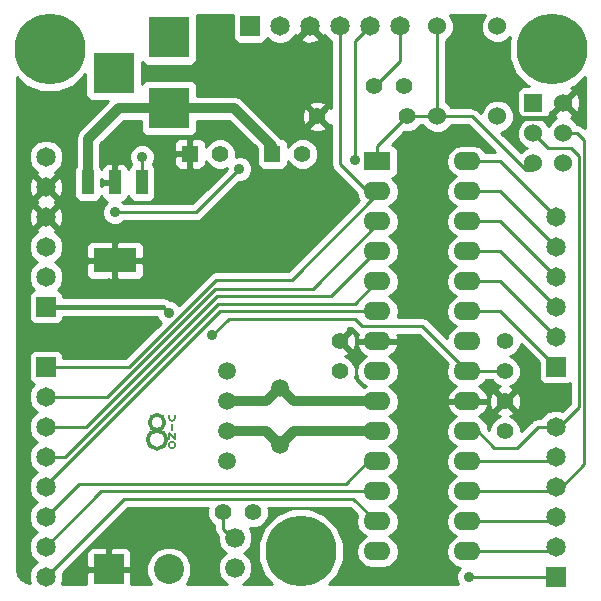
<source format=gtl>
%FSLAX34Y34*%
G04 Gerber Fmt 3.4, Leading zero omitted, Abs format*
G04 (created by PCBNEW (2013-12-28 BZR 4579)-product) date tor 16 jan 2014 22:13:37 CET*
%MOIN*%
G01*
G70*
G90*
G04 APERTURE LIST*
%ADD10C,0.006000*%
%ADD11C,0.008000*%
%ADD12C,0.012000*%
%ADD13R,0.100000X0.100000*%
%ADD14C,0.100000*%
%ADD15R,0.055000X0.055000*%
%ADD16C,0.055000*%
%ADD17R,0.137800X0.137800*%
%ADD18O,0.090000X0.062000*%
%ADD19R,0.090000X0.062000*%
%ADD20C,0.236220*%
%ADD21C,0.060000*%
%ADD22C,0.066000*%
%ADD23C,0.059100*%
%ADD24R,0.065000X0.065000*%
%ADD25C,0.065000*%
%ADD26R,0.060000X0.060000*%
%ADD27R,0.144000X0.080000*%
%ADD28R,0.040000X0.080000*%
%ADD29C,0.035000*%
%ADD30C,0.010000*%
%ADD31C,0.032000*%
%ADD32C,0.016000*%
G04 APERTURE END LIST*
G54D10*
G54D11*
X52800Y-45500D02*
X52800Y-45300D01*
X52800Y-45300D02*
X53000Y-45500D01*
X53000Y-45500D02*
X53000Y-45300D01*
X53000Y-44700D02*
X53000Y-44800D01*
X52900Y-44900D02*
G75*
G03X53000Y-44800I0J100D01*
G74*
G01*
X53010Y-45700D02*
G75*
G03X53010Y-45700I-110J0D01*
G74*
G01*
X52900Y-45000D02*
X52900Y-45200D01*
X52800Y-44800D02*
G75*
G03X52900Y-44900I100J0D01*
G74*
G01*
G54D12*
X52701Y-45525D02*
G75*
G03X52701Y-45525I-301J0D01*
G74*
G01*
X52650Y-44950D02*
G75*
G03X52650Y-44950I-250J0D01*
G74*
G01*
G54D11*
X52800Y-44800D02*
X52800Y-44700D01*
G54D13*
X50800Y-49850D03*
G54D14*
X52800Y-49850D03*
G54D15*
X53500Y-36000D03*
G54D16*
X54500Y-36000D03*
G54D15*
X56250Y-36000D03*
G54D16*
X57250Y-36000D03*
G54D17*
X52803Y-34480D03*
X52803Y-32118D03*
X50953Y-33299D03*
G54D18*
X59750Y-37250D03*
X59750Y-38250D03*
X59750Y-39250D03*
X59750Y-40250D03*
X59750Y-41250D03*
X59750Y-42250D03*
X59750Y-43250D03*
X59750Y-44250D03*
X59750Y-45250D03*
X59750Y-46250D03*
X59750Y-47250D03*
X59750Y-48250D03*
X59750Y-49250D03*
G54D19*
X59750Y-36250D03*
G54D18*
X62750Y-49250D03*
X62750Y-48250D03*
X62750Y-47250D03*
X62750Y-46250D03*
X62750Y-45250D03*
X62750Y-44250D03*
X62750Y-43250D03*
X62750Y-42250D03*
X62750Y-41250D03*
X62750Y-40250D03*
X62750Y-39250D03*
X62750Y-38250D03*
X62750Y-37250D03*
X62750Y-36250D03*
G54D20*
X57192Y-49244D03*
X65559Y-32511D03*
X48826Y-32511D03*
G54D16*
X58500Y-42250D03*
X58500Y-43250D03*
X64000Y-44250D03*
X64000Y-45250D03*
X64000Y-43250D03*
X64000Y-42250D03*
X57750Y-34750D03*
X60750Y-34750D03*
G54D21*
X63750Y-34750D03*
X61750Y-34750D03*
X63750Y-31750D03*
X61750Y-31750D03*
G54D22*
X55000Y-48800D03*
X55000Y-49800D03*
G54D23*
X56500Y-45711D03*
X56500Y-43789D03*
G54D24*
X48700Y-41100D03*
G54D25*
X48700Y-40100D03*
X48700Y-39100D03*
X48700Y-38100D03*
X48700Y-37100D03*
X48700Y-36100D03*
G54D24*
X65700Y-43100D03*
G54D25*
X65700Y-42100D03*
X65700Y-41100D03*
X65700Y-40100D03*
X65700Y-39100D03*
X65700Y-38100D03*
G54D24*
X48700Y-43100D03*
G54D25*
X48700Y-44100D03*
X48700Y-45100D03*
X48700Y-46100D03*
X48700Y-47100D03*
X48700Y-48100D03*
X48700Y-49100D03*
X48700Y-50100D03*
G54D24*
X65700Y-50100D03*
G54D25*
X65700Y-49100D03*
X65700Y-48100D03*
X65700Y-47100D03*
X65700Y-46100D03*
X65700Y-45100D03*
G54D16*
X60650Y-33750D03*
X59650Y-33750D03*
G54D24*
X55500Y-31750D03*
G54D25*
X56500Y-31750D03*
X57500Y-31750D03*
X58500Y-31750D03*
X59500Y-31750D03*
X60500Y-31750D03*
G54D26*
X64950Y-34300D03*
G54D21*
X65950Y-34300D03*
X64950Y-35300D03*
X65950Y-35300D03*
X64950Y-36300D03*
X65950Y-36300D03*
G54D23*
X54750Y-43250D03*
X54750Y-44250D03*
X54750Y-46250D03*
X54750Y-45250D03*
G54D27*
X51000Y-39550D03*
G54D28*
X51000Y-36950D03*
X50100Y-36950D03*
X51900Y-36950D03*
G54D16*
X55600Y-47950D03*
X54600Y-47950D03*
G54D29*
X51000Y-37950D03*
X55150Y-36500D03*
X59000Y-36200D03*
X51900Y-36100D03*
X54250Y-42050D03*
X52800Y-41300D03*
X62800Y-50100D03*
G54D21*
X50800Y-40450D03*
X58250Y-38050D03*
X60800Y-35900D03*
X63100Y-34300D03*
G54D30*
X59740Y-33730D02*
X59740Y-33660D01*
X60500Y-32900D02*
X60500Y-31750D01*
X59740Y-33660D02*
X60500Y-32900D01*
X62750Y-46250D02*
X65550Y-46250D01*
X65550Y-46250D02*
X65700Y-46100D01*
X65700Y-47100D02*
X65900Y-47100D01*
X66400Y-35300D02*
X65950Y-35300D01*
X66650Y-35550D02*
X66400Y-35300D01*
X66650Y-46350D02*
X66650Y-35550D01*
X65900Y-47100D02*
X66650Y-46350D01*
X62750Y-47250D02*
X65550Y-47250D01*
X65550Y-47250D02*
X65700Y-47100D01*
X54300Y-37350D02*
X53700Y-37950D01*
X53700Y-37950D02*
X51000Y-37950D01*
X54300Y-37350D02*
X55150Y-36500D01*
X61750Y-34750D02*
X61750Y-31750D01*
X64950Y-36550D02*
X64700Y-36550D01*
X62900Y-34750D02*
X61750Y-34750D01*
X64700Y-36550D02*
X62900Y-34750D01*
X60750Y-34750D02*
X61750Y-34750D01*
X59750Y-36250D02*
X59750Y-35750D01*
X59750Y-35750D02*
X60750Y-34750D01*
X59750Y-37250D02*
X59400Y-37250D01*
X58500Y-36350D02*
X58500Y-31750D01*
X59400Y-37250D02*
X58500Y-36350D01*
X54400Y-40200D02*
X54367Y-40200D01*
X51467Y-43100D02*
X51400Y-43100D01*
X54367Y-40200D02*
X51467Y-43100D01*
X59750Y-37250D02*
X59750Y-37350D01*
X51400Y-43100D02*
X48700Y-43100D01*
X56900Y-40200D02*
X54400Y-40200D01*
X59750Y-37350D02*
X56900Y-40200D01*
X65700Y-45100D02*
X65800Y-45100D01*
X65450Y-35800D02*
X64950Y-35300D01*
X66200Y-35800D02*
X65450Y-35800D01*
X66454Y-36054D02*
X66200Y-35800D01*
X66454Y-44445D02*
X66454Y-36054D01*
X65800Y-45100D02*
X66454Y-44445D01*
X62750Y-45250D02*
X63100Y-45250D01*
X65100Y-45100D02*
X65700Y-45100D01*
X64400Y-45800D02*
X65100Y-45100D01*
X63650Y-45800D02*
X64400Y-45800D01*
X63100Y-45250D02*
X63650Y-45800D01*
X59000Y-36200D02*
X59000Y-32250D01*
X59000Y-32250D02*
X59500Y-31750D01*
X59750Y-38250D02*
X59750Y-38350D01*
X50750Y-44100D02*
X48700Y-44100D01*
X54350Y-40500D02*
X50750Y-44100D01*
X57600Y-40500D02*
X54350Y-40500D01*
X59750Y-38350D02*
X57600Y-40500D01*
G54D31*
X54750Y-44250D02*
X56039Y-44250D01*
X56039Y-44250D02*
X56500Y-43789D01*
X59750Y-44250D02*
X56961Y-44250D01*
X56961Y-44250D02*
X56500Y-43789D01*
X54750Y-45250D02*
X56039Y-45250D01*
X56039Y-45250D02*
X56500Y-45711D01*
X59750Y-45250D02*
X56961Y-45250D01*
X56961Y-45250D02*
X56500Y-45711D01*
G54D30*
X51900Y-36950D02*
X51900Y-36100D01*
G54D31*
X50100Y-36150D02*
X50100Y-36950D01*
X52803Y-34480D02*
X51119Y-34480D01*
X50100Y-35500D02*
X50100Y-36150D01*
X50100Y-36150D02*
X50100Y-36200D01*
X51119Y-34480D02*
X50100Y-35500D01*
X56250Y-36000D02*
X56250Y-35750D01*
X54980Y-34480D02*
X52803Y-34480D01*
X56250Y-35750D02*
X54980Y-34480D01*
G54D30*
X59250Y-41750D02*
X59000Y-41500D01*
X54800Y-41500D02*
X54250Y-42050D01*
X59000Y-41500D02*
X54800Y-41500D01*
X64000Y-43250D02*
X62750Y-43250D01*
G54D32*
X48700Y-41100D02*
X52600Y-41100D01*
G54D30*
X61250Y-41750D02*
X62750Y-43250D01*
X59250Y-41750D02*
X61250Y-41750D01*
X52600Y-41100D02*
X52800Y-41300D01*
X54600Y-47950D02*
X54600Y-48500D01*
X54600Y-48500D02*
X55100Y-49000D01*
X59750Y-46250D02*
X59450Y-46250D01*
X49800Y-47000D02*
X48700Y-48100D01*
X58700Y-47000D02*
X49800Y-47000D01*
X59450Y-46250D02*
X58700Y-47000D01*
X59750Y-47250D02*
X50550Y-47250D01*
X50550Y-47250D02*
X48700Y-49100D01*
X59750Y-48250D02*
X59700Y-48250D01*
X51300Y-47500D02*
X48700Y-50100D01*
X58950Y-47500D02*
X51300Y-47500D01*
X59700Y-48250D02*
X58950Y-47500D01*
X62800Y-50100D02*
X65700Y-50100D01*
X62750Y-49250D02*
X65550Y-49250D01*
X65550Y-49250D02*
X65700Y-49100D01*
X62750Y-48250D02*
X65550Y-48250D01*
X65550Y-48250D02*
X65700Y-48100D01*
X62750Y-41250D02*
X63850Y-41250D01*
X63850Y-41250D02*
X65700Y-43100D01*
X62750Y-40250D02*
X63850Y-40250D01*
X63850Y-40250D02*
X65700Y-42100D01*
X62750Y-39250D02*
X63850Y-39250D01*
X63850Y-39250D02*
X65700Y-41100D01*
X62750Y-38250D02*
X63850Y-38250D01*
X63850Y-38250D02*
X65700Y-40100D01*
X62750Y-37250D02*
X63850Y-37250D01*
X63850Y-37250D02*
X65700Y-39100D01*
X62750Y-36250D02*
X63850Y-36250D01*
X63850Y-36250D02*
X65700Y-38100D01*
X59750Y-39250D02*
X59700Y-39250D01*
X50050Y-45100D02*
X48700Y-45100D01*
X54400Y-40750D02*
X50050Y-45100D01*
X58200Y-40750D02*
X54400Y-40750D01*
X59700Y-39250D02*
X58200Y-40750D01*
X59750Y-40250D02*
X59000Y-41000D01*
X49350Y-46100D02*
X48700Y-46100D01*
X54450Y-41000D02*
X49350Y-46100D01*
X59000Y-41000D02*
X54450Y-41000D01*
X54600Y-41250D02*
X54500Y-41250D01*
X48700Y-47050D02*
X48700Y-47100D01*
X54500Y-41250D02*
X48700Y-47050D01*
X59750Y-41250D02*
X54600Y-41250D01*
G54D32*
X64300Y-34450D02*
X64300Y-34550D01*
X65450Y-34800D02*
X65950Y-34300D01*
X64550Y-34800D02*
X65450Y-34800D01*
X64300Y-34550D02*
X64550Y-34800D01*
G54D31*
X58250Y-38050D02*
X58250Y-38000D01*
G54D10*
G36*
X54741Y-50320D02*
X53390Y-50320D01*
X53435Y-50275D01*
X53549Y-49999D01*
X53550Y-49701D01*
X53436Y-49425D01*
X53225Y-49214D01*
X52949Y-49100D01*
X52651Y-49099D01*
X52375Y-49213D01*
X52164Y-49424D01*
X52050Y-49700D01*
X52049Y-49998D01*
X52163Y-50274D01*
X52209Y-50320D01*
X51550Y-50320D01*
X51550Y-50300D01*
X51550Y-49962D01*
X51550Y-49737D01*
X51550Y-49399D01*
X51550Y-49300D01*
X51511Y-49208D01*
X51441Y-49138D01*
X51349Y-49100D01*
X50912Y-49100D01*
X50850Y-49162D01*
X50850Y-49800D01*
X51487Y-49800D01*
X51550Y-49737D01*
X51550Y-49962D01*
X51487Y-49900D01*
X50850Y-49900D01*
X50850Y-49907D01*
X50750Y-49907D01*
X50750Y-49900D01*
X50750Y-49800D01*
X50750Y-49162D01*
X50687Y-49100D01*
X50250Y-49100D01*
X50158Y-49138D01*
X50088Y-49208D01*
X50050Y-49300D01*
X50050Y-49399D01*
X50050Y-49737D01*
X50112Y-49800D01*
X50750Y-49800D01*
X50750Y-49900D01*
X50112Y-49900D01*
X50050Y-49962D01*
X50050Y-50300D01*
X50050Y-50320D01*
X49231Y-50320D01*
X49274Y-50214D01*
X49275Y-49986D01*
X49264Y-49959D01*
X51424Y-47800D01*
X54093Y-47800D01*
X54075Y-47845D01*
X54074Y-48053D01*
X54154Y-48247D01*
X54300Y-48392D01*
X54300Y-48500D01*
X54322Y-48614D01*
X54387Y-48712D01*
X54420Y-48744D01*
X54419Y-48914D01*
X54508Y-49128D01*
X54671Y-49291D01*
X54691Y-49299D01*
X54671Y-49308D01*
X54508Y-49471D01*
X54420Y-49684D01*
X54419Y-49914D01*
X54508Y-50128D01*
X54671Y-50291D01*
X54741Y-50320D01*
X54741Y-50320D01*
G37*
G54D30*
X54741Y-50320D02*
X53390Y-50320D01*
X53435Y-50275D01*
X53549Y-49999D01*
X53550Y-49701D01*
X53436Y-49425D01*
X53225Y-49214D01*
X52949Y-49100D01*
X52651Y-49099D01*
X52375Y-49213D01*
X52164Y-49424D01*
X52050Y-49700D01*
X52049Y-49998D01*
X52163Y-50274D01*
X52209Y-50320D01*
X51550Y-50320D01*
X51550Y-50300D01*
X51550Y-49962D01*
X51550Y-49737D01*
X51550Y-49399D01*
X51550Y-49300D01*
X51511Y-49208D01*
X51441Y-49138D01*
X51349Y-49100D01*
X50912Y-49100D01*
X50850Y-49162D01*
X50850Y-49800D01*
X51487Y-49800D01*
X51550Y-49737D01*
X51550Y-49962D01*
X51487Y-49900D01*
X50850Y-49900D01*
X50850Y-49907D01*
X50750Y-49907D01*
X50750Y-49900D01*
X50750Y-49800D01*
X50750Y-49162D01*
X50687Y-49100D01*
X50250Y-49100D01*
X50158Y-49138D01*
X50088Y-49208D01*
X50050Y-49300D01*
X50050Y-49399D01*
X50050Y-49737D01*
X50112Y-49800D01*
X50750Y-49800D01*
X50750Y-49900D01*
X50112Y-49900D01*
X50050Y-49962D01*
X50050Y-50300D01*
X50050Y-50320D01*
X49231Y-50320D01*
X49274Y-50214D01*
X49275Y-49986D01*
X49264Y-49959D01*
X51424Y-47800D01*
X54093Y-47800D01*
X54075Y-47845D01*
X54074Y-48053D01*
X54154Y-48247D01*
X54300Y-48392D01*
X54300Y-48500D01*
X54322Y-48614D01*
X54387Y-48712D01*
X54420Y-48744D01*
X54419Y-48914D01*
X54508Y-49128D01*
X54671Y-49291D01*
X54691Y-49299D01*
X54671Y-49308D01*
X54508Y-49471D01*
X54420Y-49684D01*
X54419Y-49914D01*
X54508Y-50128D01*
X54671Y-50291D01*
X54741Y-50320D01*
G54D10*
G36*
X59131Y-37543D02*
X58047Y-38628D01*
X58047Y-35117D01*
X57750Y-34820D01*
X57679Y-34891D01*
X57679Y-34750D01*
X57382Y-34452D01*
X57289Y-34477D01*
X57220Y-34674D01*
X57231Y-34882D01*
X57289Y-35022D01*
X57382Y-35047D01*
X57679Y-34750D01*
X57679Y-34891D01*
X57452Y-35117D01*
X57477Y-35210D01*
X57674Y-35279D01*
X57882Y-35268D01*
X58022Y-35210D01*
X58047Y-35117D01*
X58047Y-38628D01*
X56775Y-39900D01*
X54400Y-39900D01*
X54367Y-39900D01*
X54252Y-39922D01*
X54155Y-39987D01*
X53121Y-41020D01*
X53041Y-40939D01*
X52884Y-40875D01*
X52838Y-40875D01*
X52833Y-40866D01*
X52726Y-40795D01*
X52600Y-40770D01*
X51970Y-40770D01*
X51970Y-39999D01*
X51970Y-39900D01*
X51970Y-39662D01*
X51970Y-39437D01*
X51970Y-39199D01*
X51970Y-39100D01*
X51931Y-39008D01*
X51861Y-38938D01*
X51769Y-38900D01*
X51112Y-38900D01*
X51050Y-38962D01*
X51050Y-39500D01*
X51907Y-39500D01*
X51970Y-39437D01*
X51970Y-39662D01*
X51907Y-39600D01*
X51050Y-39600D01*
X51050Y-40137D01*
X51112Y-40200D01*
X51769Y-40200D01*
X51861Y-40161D01*
X51931Y-40091D01*
X51970Y-39999D01*
X51970Y-40770D01*
X50950Y-40770D01*
X50950Y-40137D01*
X50950Y-39600D01*
X50950Y-39500D01*
X50950Y-38962D01*
X50887Y-38900D01*
X50230Y-38900D01*
X50138Y-38938D01*
X50068Y-39008D01*
X50030Y-39100D01*
X50030Y-39199D01*
X50030Y-39437D01*
X50092Y-39500D01*
X50950Y-39500D01*
X50950Y-39600D01*
X50092Y-39600D01*
X50030Y-39662D01*
X50030Y-39900D01*
X50030Y-39999D01*
X50068Y-40091D01*
X50138Y-40161D01*
X50230Y-40200D01*
X50887Y-40200D01*
X50950Y-40137D01*
X50950Y-40770D01*
X49279Y-40770D01*
X49279Y-38187D01*
X49279Y-37187D01*
X49275Y-37088D01*
X49275Y-35986D01*
X49187Y-35774D01*
X49026Y-35612D01*
X48814Y-35525D01*
X48586Y-35524D01*
X48374Y-35612D01*
X48212Y-35773D01*
X48125Y-35985D01*
X48124Y-36213D01*
X48212Y-36425D01*
X48373Y-36587D01*
X48398Y-36597D01*
X48397Y-36598D01*
X48366Y-36695D01*
X48700Y-37029D01*
X49033Y-36695D01*
X49002Y-36598D01*
X49001Y-36597D01*
X49025Y-36587D01*
X49187Y-36426D01*
X49274Y-36214D01*
X49275Y-35986D01*
X49275Y-37088D01*
X49269Y-36959D01*
X49201Y-36797D01*
X49104Y-36766D01*
X48770Y-37100D01*
X49104Y-37433D01*
X49201Y-37402D01*
X49279Y-37187D01*
X49279Y-38187D01*
X49269Y-37959D01*
X49201Y-37797D01*
X49104Y-37766D01*
X49033Y-37837D01*
X49033Y-37695D01*
X49003Y-37600D01*
X49033Y-37504D01*
X48700Y-37170D01*
X48629Y-37241D01*
X48629Y-37100D01*
X48295Y-36766D01*
X48198Y-36797D01*
X48120Y-37012D01*
X48130Y-37240D01*
X48198Y-37402D01*
X48295Y-37433D01*
X48629Y-37100D01*
X48629Y-37241D01*
X48366Y-37504D01*
X48396Y-37600D01*
X48366Y-37695D01*
X48700Y-38029D01*
X49033Y-37695D01*
X49033Y-37837D01*
X48770Y-38100D01*
X49104Y-38433D01*
X49201Y-38402D01*
X49279Y-38187D01*
X49279Y-40770D01*
X49275Y-40770D01*
X49275Y-40725D01*
X49236Y-40633D01*
X49166Y-40563D01*
X49084Y-40528D01*
X49187Y-40426D01*
X49274Y-40214D01*
X49275Y-39986D01*
X49187Y-39774D01*
X49026Y-39612D01*
X48995Y-39600D01*
X49025Y-39587D01*
X49187Y-39426D01*
X49274Y-39214D01*
X49275Y-38986D01*
X49187Y-38774D01*
X49026Y-38612D01*
X49001Y-38602D01*
X49002Y-38601D01*
X49033Y-38504D01*
X48700Y-38170D01*
X48629Y-38241D01*
X48629Y-38100D01*
X48295Y-37766D01*
X48198Y-37797D01*
X48120Y-38012D01*
X48130Y-38240D01*
X48198Y-38402D01*
X48295Y-38433D01*
X48629Y-38100D01*
X48629Y-38241D01*
X48366Y-38504D01*
X48397Y-38601D01*
X48398Y-38602D01*
X48374Y-38612D01*
X48212Y-38773D01*
X48125Y-38985D01*
X48124Y-39213D01*
X48212Y-39425D01*
X48373Y-39587D01*
X48404Y-39599D01*
X48374Y-39612D01*
X48212Y-39773D01*
X48125Y-39985D01*
X48124Y-40213D01*
X48212Y-40425D01*
X48315Y-40528D01*
X48233Y-40563D01*
X48163Y-40633D01*
X48125Y-40725D01*
X48125Y-40824D01*
X48125Y-41474D01*
X48163Y-41566D01*
X48233Y-41636D01*
X48325Y-41675D01*
X48424Y-41675D01*
X49074Y-41675D01*
X49166Y-41636D01*
X49236Y-41566D01*
X49275Y-41474D01*
X49275Y-41430D01*
X52393Y-41430D01*
X52439Y-41540D01*
X52520Y-41621D01*
X51342Y-42800D01*
X49275Y-42800D01*
X49275Y-42725D01*
X49236Y-42633D01*
X49166Y-42563D01*
X49074Y-42525D01*
X48975Y-42525D01*
X48325Y-42525D01*
X48233Y-42563D01*
X48163Y-42633D01*
X48125Y-42725D01*
X48125Y-42824D01*
X48125Y-43474D01*
X48163Y-43566D01*
X48233Y-43636D01*
X48315Y-43671D01*
X48212Y-43773D01*
X48125Y-43985D01*
X48124Y-44213D01*
X48212Y-44425D01*
X48373Y-44587D01*
X48404Y-44599D01*
X48374Y-44612D01*
X48212Y-44773D01*
X48125Y-44985D01*
X48124Y-45213D01*
X48212Y-45425D01*
X48373Y-45587D01*
X48404Y-45599D01*
X48374Y-45612D01*
X48212Y-45773D01*
X48125Y-45985D01*
X48124Y-46213D01*
X48212Y-46425D01*
X48373Y-46587D01*
X48404Y-46599D01*
X48374Y-46612D01*
X48212Y-46773D01*
X48125Y-46985D01*
X48124Y-47213D01*
X48212Y-47425D01*
X48373Y-47587D01*
X48404Y-47599D01*
X48374Y-47612D01*
X48212Y-47773D01*
X48125Y-47985D01*
X48124Y-48213D01*
X48212Y-48425D01*
X48373Y-48587D01*
X48404Y-48599D01*
X48374Y-48612D01*
X48212Y-48773D01*
X48125Y-48985D01*
X48124Y-49213D01*
X48212Y-49425D01*
X48373Y-49587D01*
X48404Y-49599D01*
X48374Y-49612D01*
X48212Y-49773D01*
X48125Y-49985D01*
X48124Y-50213D01*
X48163Y-50307D01*
X48022Y-50279D01*
X47871Y-50178D01*
X47770Y-50027D01*
X47729Y-49822D01*
X47729Y-33438D01*
X48015Y-33724D01*
X48540Y-33942D01*
X49110Y-33943D01*
X49636Y-33725D01*
X50014Y-33348D01*
X50014Y-34038D01*
X50052Y-34129D01*
X50122Y-34200D01*
X50214Y-34238D01*
X50313Y-34238D01*
X50781Y-34238D01*
X49810Y-35210D01*
X49721Y-35343D01*
X49690Y-35500D01*
X49690Y-36150D01*
X49690Y-36200D01*
X49690Y-36406D01*
X49688Y-36408D01*
X49650Y-36500D01*
X49650Y-36599D01*
X49650Y-37399D01*
X49688Y-37491D01*
X49758Y-37561D01*
X49850Y-37600D01*
X49949Y-37600D01*
X50349Y-37600D01*
X50441Y-37561D01*
X50511Y-37491D01*
X50550Y-37399D01*
X50588Y-37491D01*
X50658Y-37561D01*
X50749Y-37599D01*
X50639Y-37708D01*
X50575Y-37865D01*
X50574Y-38034D01*
X50639Y-38190D01*
X50758Y-38310D01*
X50915Y-38374D01*
X51084Y-38375D01*
X51240Y-38310D01*
X51301Y-38250D01*
X53700Y-38250D01*
X53700Y-38249D01*
X53814Y-38227D01*
X53814Y-38227D01*
X53912Y-38162D01*
X54512Y-37562D01*
X54512Y-37562D01*
X54512Y-37562D01*
X55149Y-36924D01*
X55234Y-36925D01*
X55390Y-36860D01*
X55510Y-36741D01*
X55574Y-36584D01*
X55575Y-36415D01*
X55510Y-36259D01*
X55391Y-36139D01*
X55234Y-36075D01*
X55065Y-36074D01*
X55024Y-36091D01*
X55025Y-35896D01*
X54945Y-35703D01*
X54797Y-35555D01*
X54604Y-35475D01*
X54396Y-35474D01*
X54203Y-35554D01*
X54055Y-35702D01*
X54025Y-35774D01*
X54025Y-35774D01*
X54025Y-35675D01*
X53986Y-35583D01*
X53916Y-35513D01*
X53824Y-35475D01*
X53612Y-35475D01*
X53550Y-35537D01*
X53550Y-35950D01*
X53557Y-35950D01*
X53557Y-36050D01*
X53550Y-36050D01*
X53550Y-36462D01*
X53612Y-36525D01*
X53824Y-36525D01*
X53916Y-36486D01*
X53986Y-36416D01*
X54025Y-36324D01*
X54025Y-36225D01*
X54025Y-36225D01*
X54054Y-36297D01*
X54202Y-36444D01*
X54395Y-36524D01*
X54603Y-36525D01*
X54725Y-36475D01*
X54724Y-36500D01*
X54087Y-37137D01*
X54087Y-37137D01*
X53575Y-37650D01*
X53450Y-37650D01*
X53450Y-36462D01*
X53450Y-36050D01*
X53450Y-35950D01*
X53450Y-35537D01*
X53387Y-35475D01*
X53175Y-35475D01*
X53083Y-35513D01*
X53013Y-35583D01*
X52975Y-35675D01*
X52975Y-35774D01*
X52975Y-35887D01*
X53037Y-35950D01*
X53450Y-35950D01*
X53450Y-36050D01*
X53037Y-36050D01*
X52975Y-36112D01*
X52975Y-36225D01*
X52975Y-36324D01*
X53013Y-36416D01*
X53083Y-36486D01*
X53175Y-36525D01*
X53387Y-36525D01*
X53450Y-36462D01*
X53450Y-37650D01*
X51301Y-37650D01*
X51250Y-37599D01*
X51341Y-37561D01*
X51411Y-37491D01*
X51450Y-37399D01*
X51488Y-37491D01*
X51558Y-37561D01*
X51650Y-37600D01*
X51749Y-37600D01*
X52149Y-37600D01*
X52241Y-37561D01*
X52311Y-37491D01*
X52350Y-37399D01*
X52350Y-37300D01*
X52350Y-36500D01*
X52311Y-36408D01*
X52252Y-36348D01*
X52260Y-36341D01*
X52324Y-36184D01*
X52325Y-36015D01*
X52260Y-35859D01*
X52141Y-35739D01*
X51984Y-35675D01*
X51815Y-35674D01*
X51659Y-35739D01*
X51539Y-35858D01*
X51475Y-36015D01*
X51474Y-36184D01*
X51539Y-36340D01*
X51547Y-36348D01*
X51488Y-36408D01*
X51450Y-36500D01*
X51411Y-36408D01*
X51341Y-36338D01*
X51249Y-36300D01*
X51112Y-36300D01*
X51050Y-36362D01*
X51050Y-36900D01*
X51057Y-36900D01*
X51057Y-37000D01*
X51050Y-37000D01*
X51050Y-37007D01*
X50950Y-37007D01*
X50950Y-37000D01*
X50612Y-37000D01*
X50550Y-37062D01*
X50550Y-36837D01*
X50612Y-36900D01*
X50950Y-36900D01*
X50950Y-36362D01*
X50887Y-36300D01*
X50750Y-36300D01*
X50658Y-36338D01*
X50588Y-36408D01*
X50550Y-36500D01*
X50550Y-36500D01*
X50511Y-36408D01*
X50510Y-36406D01*
X50510Y-36200D01*
X50510Y-36150D01*
X50510Y-35669D01*
X51289Y-34890D01*
X51864Y-34890D01*
X51864Y-35219D01*
X51902Y-35310D01*
X51972Y-35381D01*
X52064Y-35419D01*
X52163Y-35419D01*
X53541Y-35419D01*
X53633Y-35381D01*
X53704Y-35310D01*
X53742Y-35219D01*
X53742Y-35119D01*
X53742Y-34890D01*
X54810Y-34890D01*
X55725Y-35804D01*
X55725Y-36324D01*
X55763Y-36416D01*
X55833Y-36486D01*
X55925Y-36525D01*
X56024Y-36525D01*
X56574Y-36525D01*
X56666Y-36486D01*
X56736Y-36416D01*
X56775Y-36324D01*
X56775Y-36225D01*
X56775Y-36225D01*
X56804Y-36297D01*
X56952Y-36444D01*
X57145Y-36524D01*
X57353Y-36525D01*
X57547Y-36445D01*
X57694Y-36297D01*
X57774Y-36104D01*
X57775Y-35896D01*
X57695Y-35703D01*
X57547Y-35555D01*
X57354Y-35475D01*
X57146Y-35474D01*
X56953Y-35554D01*
X56805Y-35702D01*
X56775Y-35774D01*
X56775Y-35675D01*
X56736Y-35583D01*
X56666Y-35513D01*
X56574Y-35475D01*
X56549Y-35475D01*
X56539Y-35460D01*
X55270Y-34190D01*
X55137Y-34101D01*
X54980Y-34070D01*
X53742Y-34070D01*
X53742Y-33741D01*
X53704Y-33649D01*
X53633Y-33579D01*
X53541Y-33541D01*
X53442Y-33541D01*
X52064Y-33541D01*
X51972Y-33579D01*
X51902Y-33649D01*
X51892Y-33674D01*
X51892Y-32924D01*
X51902Y-32948D01*
X51972Y-33019D01*
X52064Y-33057D01*
X52163Y-33057D01*
X53541Y-33057D01*
X53633Y-33019D01*
X53704Y-32948D01*
X53742Y-32857D01*
X53742Y-32757D01*
X53742Y-31379D01*
X53742Y-31379D01*
X54925Y-31379D01*
X54925Y-31474D01*
X54925Y-32124D01*
X54963Y-32216D01*
X55033Y-32286D01*
X55125Y-32325D01*
X55224Y-32325D01*
X55874Y-32325D01*
X55966Y-32286D01*
X56036Y-32216D01*
X56071Y-32134D01*
X56173Y-32237D01*
X56385Y-32324D01*
X56613Y-32325D01*
X56825Y-32237D01*
X56987Y-32076D01*
X56997Y-32051D01*
X56998Y-32052D01*
X57095Y-32083D01*
X57429Y-31750D01*
X57423Y-31744D01*
X57494Y-31673D01*
X57500Y-31679D01*
X57505Y-31673D01*
X57576Y-31744D01*
X57570Y-31750D01*
X57904Y-32083D01*
X58001Y-32052D01*
X58002Y-32051D01*
X58012Y-32075D01*
X58173Y-32237D01*
X58200Y-32248D01*
X58200Y-34474D01*
X58117Y-34452D01*
X58047Y-34523D01*
X58047Y-34382D01*
X58022Y-34289D01*
X57833Y-34222D01*
X57833Y-32154D01*
X57500Y-31820D01*
X57166Y-32154D01*
X57197Y-32251D01*
X57412Y-32329D01*
X57640Y-32319D01*
X57802Y-32251D01*
X57833Y-32154D01*
X57833Y-34222D01*
X57825Y-34220D01*
X57617Y-34231D01*
X57477Y-34289D01*
X57452Y-34382D01*
X57750Y-34679D01*
X58047Y-34382D01*
X58047Y-34523D01*
X57820Y-34750D01*
X58117Y-35047D01*
X58200Y-35025D01*
X58200Y-36350D01*
X58222Y-36464D01*
X58287Y-36562D01*
X59051Y-37325D01*
X59078Y-37464D01*
X59131Y-37543D01*
X59131Y-37543D01*
G37*
G54D30*
X59131Y-37543D02*
X58047Y-38628D01*
X58047Y-35117D01*
X57750Y-34820D01*
X57679Y-34891D01*
X57679Y-34750D01*
X57382Y-34452D01*
X57289Y-34477D01*
X57220Y-34674D01*
X57231Y-34882D01*
X57289Y-35022D01*
X57382Y-35047D01*
X57679Y-34750D01*
X57679Y-34891D01*
X57452Y-35117D01*
X57477Y-35210D01*
X57674Y-35279D01*
X57882Y-35268D01*
X58022Y-35210D01*
X58047Y-35117D01*
X58047Y-38628D01*
X56775Y-39900D01*
X54400Y-39900D01*
X54367Y-39900D01*
X54252Y-39922D01*
X54155Y-39987D01*
X53121Y-41020D01*
X53041Y-40939D01*
X52884Y-40875D01*
X52838Y-40875D01*
X52833Y-40866D01*
X52726Y-40795D01*
X52600Y-40770D01*
X51970Y-40770D01*
X51970Y-39999D01*
X51970Y-39900D01*
X51970Y-39662D01*
X51970Y-39437D01*
X51970Y-39199D01*
X51970Y-39100D01*
X51931Y-39008D01*
X51861Y-38938D01*
X51769Y-38900D01*
X51112Y-38900D01*
X51050Y-38962D01*
X51050Y-39500D01*
X51907Y-39500D01*
X51970Y-39437D01*
X51970Y-39662D01*
X51907Y-39600D01*
X51050Y-39600D01*
X51050Y-40137D01*
X51112Y-40200D01*
X51769Y-40200D01*
X51861Y-40161D01*
X51931Y-40091D01*
X51970Y-39999D01*
X51970Y-40770D01*
X50950Y-40770D01*
X50950Y-40137D01*
X50950Y-39600D01*
X50950Y-39500D01*
X50950Y-38962D01*
X50887Y-38900D01*
X50230Y-38900D01*
X50138Y-38938D01*
X50068Y-39008D01*
X50030Y-39100D01*
X50030Y-39199D01*
X50030Y-39437D01*
X50092Y-39500D01*
X50950Y-39500D01*
X50950Y-39600D01*
X50092Y-39600D01*
X50030Y-39662D01*
X50030Y-39900D01*
X50030Y-39999D01*
X50068Y-40091D01*
X50138Y-40161D01*
X50230Y-40200D01*
X50887Y-40200D01*
X50950Y-40137D01*
X50950Y-40770D01*
X49279Y-40770D01*
X49279Y-38187D01*
X49279Y-37187D01*
X49275Y-37088D01*
X49275Y-35986D01*
X49187Y-35774D01*
X49026Y-35612D01*
X48814Y-35525D01*
X48586Y-35524D01*
X48374Y-35612D01*
X48212Y-35773D01*
X48125Y-35985D01*
X48124Y-36213D01*
X48212Y-36425D01*
X48373Y-36587D01*
X48398Y-36597D01*
X48397Y-36598D01*
X48366Y-36695D01*
X48700Y-37029D01*
X49033Y-36695D01*
X49002Y-36598D01*
X49001Y-36597D01*
X49025Y-36587D01*
X49187Y-36426D01*
X49274Y-36214D01*
X49275Y-35986D01*
X49275Y-37088D01*
X49269Y-36959D01*
X49201Y-36797D01*
X49104Y-36766D01*
X48770Y-37100D01*
X49104Y-37433D01*
X49201Y-37402D01*
X49279Y-37187D01*
X49279Y-38187D01*
X49269Y-37959D01*
X49201Y-37797D01*
X49104Y-37766D01*
X49033Y-37837D01*
X49033Y-37695D01*
X49003Y-37600D01*
X49033Y-37504D01*
X48700Y-37170D01*
X48629Y-37241D01*
X48629Y-37100D01*
X48295Y-36766D01*
X48198Y-36797D01*
X48120Y-37012D01*
X48130Y-37240D01*
X48198Y-37402D01*
X48295Y-37433D01*
X48629Y-37100D01*
X48629Y-37241D01*
X48366Y-37504D01*
X48396Y-37600D01*
X48366Y-37695D01*
X48700Y-38029D01*
X49033Y-37695D01*
X49033Y-37837D01*
X48770Y-38100D01*
X49104Y-38433D01*
X49201Y-38402D01*
X49279Y-38187D01*
X49279Y-40770D01*
X49275Y-40770D01*
X49275Y-40725D01*
X49236Y-40633D01*
X49166Y-40563D01*
X49084Y-40528D01*
X49187Y-40426D01*
X49274Y-40214D01*
X49275Y-39986D01*
X49187Y-39774D01*
X49026Y-39612D01*
X48995Y-39600D01*
X49025Y-39587D01*
X49187Y-39426D01*
X49274Y-39214D01*
X49275Y-38986D01*
X49187Y-38774D01*
X49026Y-38612D01*
X49001Y-38602D01*
X49002Y-38601D01*
X49033Y-38504D01*
X48700Y-38170D01*
X48629Y-38241D01*
X48629Y-38100D01*
X48295Y-37766D01*
X48198Y-37797D01*
X48120Y-38012D01*
X48130Y-38240D01*
X48198Y-38402D01*
X48295Y-38433D01*
X48629Y-38100D01*
X48629Y-38241D01*
X48366Y-38504D01*
X48397Y-38601D01*
X48398Y-38602D01*
X48374Y-38612D01*
X48212Y-38773D01*
X48125Y-38985D01*
X48124Y-39213D01*
X48212Y-39425D01*
X48373Y-39587D01*
X48404Y-39599D01*
X48374Y-39612D01*
X48212Y-39773D01*
X48125Y-39985D01*
X48124Y-40213D01*
X48212Y-40425D01*
X48315Y-40528D01*
X48233Y-40563D01*
X48163Y-40633D01*
X48125Y-40725D01*
X48125Y-40824D01*
X48125Y-41474D01*
X48163Y-41566D01*
X48233Y-41636D01*
X48325Y-41675D01*
X48424Y-41675D01*
X49074Y-41675D01*
X49166Y-41636D01*
X49236Y-41566D01*
X49275Y-41474D01*
X49275Y-41430D01*
X52393Y-41430D01*
X52439Y-41540D01*
X52520Y-41621D01*
X51342Y-42800D01*
X49275Y-42800D01*
X49275Y-42725D01*
X49236Y-42633D01*
X49166Y-42563D01*
X49074Y-42525D01*
X48975Y-42525D01*
X48325Y-42525D01*
X48233Y-42563D01*
X48163Y-42633D01*
X48125Y-42725D01*
X48125Y-42824D01*
X48125Y-43474D01*
X48163Y-43566D01*
X48233Y-43636D01*
X48315Y-43671D01*
X48212Y-43773D01*
X48125Y-43985D01*
X48124Y-44213D01*
X48212Y-44425D01*
X48373Y-44587D01*
X48404Y-44599D01*
X48374Y-44612D01*
X48212Y-44773D01*
X48125Y-44985D01*
X48124Y-45213D01*
X48212Y-45425D01*
X48373Y-45587D01*
X48404Y-45599D01*
X48374Y-45612D01*
X48212Y-45773D01*
X48125Y-45985D01*
X48124Y-46213D01*
X48212Y-46425D01*
X48373Y-46587D01*
X48404Y-46599D01*
X48374Y-46612D01*
X48212Y-46773D01*
X48125Y-46985D01*
X48124Y-47213D01*
X48212Y-47425D01*
X48373Y-47587D01*
X48404Y-47599D01*
X48374Y-47612D01*
X48212Y-47773D01*
X48125Y-47985D01*
X48124Y-48213D01*
X48212Y-48425D01*
X48373Y-48587D01*
X48404Y-48599D01*
X48374Y-48612D01*
X48212Y-48773D01*
X48125Y-48985D01*
X48124Y-49213D01*
X48212Y-49425D01*
X48373Y-49587D01*
X48404Y-49599D01*
X48374Y-49612D01*
X48212Y-49773D01*
X48125Y-49985D01*
X48124Y-50213D01*
X48163Y-50307D01*
X48022Y-50279D01*
X47871Y-50178D01*
X47770Y-50027D01*
X47729Y-49822D01*
X47729Y-33438D01*
X48015Y-33724D01*
X48540Y-33942D01*
X49110Y-33943D01*
X49636Y-33725D01*
X50014Y-33348D01*
X50014Y-34038D01*
X50052Y-34129D01*
X50122Y-34200D01*
X50214Y-34238D01*
X50313Y-34238D01*
X50781Y-34238D01*
X49810Y-35210D01*
X49721Y-35343D01*
X49690Y-35500D01*
X49690Y-36150D01*
X49690Y-36200D01*
X49690Y-36406D01*
X49688Y-36408D01*
X49650Y-36500D01*
X49650Y-36599D01*
X49650Y-37399D01*
X49688Y-37491D01*
X49758Y-37561D01*
X49850Y-37600D01*
X49949Y-37600D01*
X50349Y-37600D01*
X50441Y-37561D01*
X50511Y-37491D01*
X50550Y-37399D01*
X50588Y-37491D01*
X50658Y-37561D01*
X50749Y-37599D01*
X50639Y-37708D01*
X50575Y-37865D01*
X50574Y-38034D01*
X50639Y-38190D01*
X50758Y-38310D01*
X50915Y-38374D01*
X51084Y-38375D01*
X51240Y-38310D01*
X51301Y-38250D01*
X53700Y-38250D01*
X53700Y-38249D01*
X53814Y-38227D01*
X53814Y-38227D01*
X53912Y-38162D01*
X54512Y-37562D01*
X54512Y-37562D01*
X54512Y-37562D01*
X55149Y-36924D01*
X55234Y-36925D01*
X55390Y-36860D01*
X55510Y-36741D01*
X55574Y-36584D01*
X55575Y-36415D01*
X55510Y-36259D01*
X55391Y-36139D01*
X55234Y-36075D01*
X55065Y-36074D01*
X55024Y-36091D01*
X55025Y-35896D01*
X54945Y-35703D01*
X54797Y-35555D01*
X54604Y-35475D01*
X54396Y-35474D01*
X54203Y-35554D01*
X54055Y-35702D01*
X54025Y-35774D01*
X54025Y-35774D01*
X54025Y-35675D01*
X53986Y-35583D01*
X53916Y-35513D01*
X53824Y-35475D01*
X53612Y-35475D01*
X53550Y-35537D01*
X53550Y-35950D01*
X53557Y-35950D01*
X53557Y-36050D01*
X53550Y-36050D01*
X53550Y-36462D01*
X53612Y-36525D01*
X53824Y-36525D01*
X53916Y-36486D01*
X53986Y-36416D01*
X54025Y-36324D01*
X54025Y-36225D01*
X54025Y-36225D01*
X54054Y-36297D01*
X54202Y-36444D01*
X54395Y-36524D01*
X54603Y-36525D01*
X54725Y-36475D01*
X54724Y-36500D01*
X54087Y-37137D01*
X54087Y-37137D01*
X53575Y-37650D01*
X53450Y-37650D01*
X53450Y-36462D01*
X53450Y-36050D01*
X53450Y-35950D01*
X53450Y-35537D01*
X53387Y-35475D01*
X53175Y-35475D01*
X53083Y-35513D01*
X53013Y-35583D01*
X52975Y-35675D01*
X52975Y-35774D01*
X52975Y-35887D01*
X53037Y-35950D01*
X53450Y-35950D01*
X53450Y-36050D01*
X53037Y-36050D01*
X52975Y-36112D01*
X52975Y-36225D01*
X52975Y-36324D01*
X53013Y-36416D01*
X53083Y-36486D01*
X53175Y-36525D01*
X53387Y-36525D01*
X53450Y-36462D01*
X53450Y-37650D01*
X51301Y-37650D01*
X51250Y-37599D01*
X51341Y-37561D01*
X51411Y-37491D01*
X51450Y-37399D01*
X51488Y-37491D01*
X51558Y-37561D01*
X51650Y-37600D01*
X51749Y-37600D01*
X52149Y-37600D01*
X52241Y-37561D01*
X52311Y-37491D01*
X52350Y-37399D01*
X52350Y-37300D01*
X52350Y-36500D01*
X52311Y-36408D01*
X52252Y-36348D01*
X52260Y-36341D01*
X52324Y-36184D01*
X52325Y-36015D01*
X52260Y-35859D01*
X52141Y-35739D01*
X51984Y-35675D01*
X51815Y-35674D01*
X51659Y-35739D01*
X51539Y-35858D01*
X51475Y-36015D01*
X51474Y-36184D01*
X51539Y-36340D01*
X51547Y-36348D01*
X51488Y-36408D01*
X51450Y-36500D01*
X51411Y-36408D01*
X51341Y-36338D01*
X51249Y-36300D01*
X51112Y-36300D01*
X51050Y-36362D01*
X51050Y-36900D01*
X51057Y-36900D01*
X51057Y-37000D01*
X51050Y-37000D01*
X51050Y-37007D01*
X50950Y-37007D01*
X50950Y-37000D01*
X50612Y-37000D01*
X50550Y-37062D01*
X50550Y-36837D01*
X50612Y-36900D01*
X50950Y-36900D01*
X50950Y-36362D01*
X50887Y-36300D01*
X50750Y-36300D01*
X50658Y-36338D01*
X50588Y-36408D01*
X50550Y-36500D01*
X50550Y-36500D01*
X50511Y-36408D01*
X50510Y-36406D01*
X50510Y-36200D01*
X50510Y-36150D01*
X50510Y-35669D01*
X51289Y-34890D01*
X51864Y-34890D01*
X51864Y-35219D01*
X51902Y-35310D01*
X51972Y-35381D01*
X52064Y-35419D01*
X52163Y-35419D01*
X53541Y-35419D01*
X53633Y-35381D01*
X53704Y-35310D01*
X53742Y-35219D01*
X53742Y-35119D01*
X53742Y-34890D01*
X54810Y-34890D01*
X55725Y-35804D01*
X55725Y-36324D01*
X55763Y-36416D01*
X55833Y-36486D01*
X55925Y-36525D01*
X56024Y-36525D01*
X56574Y-36525D01*
X56666Y-36486D01*
X56736Y-36416D01*
X56775Y-36324D01*
X56775Y-36225D01*
X56775Y-36225D01*
X56804Y-36297D01*
X56952Y-36444D01*
X57145Y-36524D01*
X57353Y-36525D01*
X57547Y-36445D01*
X57694Y-36297D01*
X57774Y-36104D01*
X57775Y-35896D01*
X57695Y-35703D01*
X57547Y-35555D01*
X57354Y-35475D01*
X57146Y-35474D01*
X56953Y-35554D01*
X56805Y-35702D01*
X56775Y-35774D01*
X56775Y-35675D01*
X56736Y-35583D01*
X56666Y-35513D01*
X56574Y-35475D01*
X56549Y-35475D01*
X56539Y-35460D01*
X55270Y-34190D01*
X55137Y-34101D01*
X54980Y-34070D01*
X53742Y-34070D01*
X53742Y-33741D01*
X53704Y-33649D01*
X53633Y-33579D01*
X53541Y-33541D01*
X53442Y-33541D01*
X52064Y-33541D01*
X51972Y-33579D01*
X51902Y-33649D01*
X51892Y-33674D01*
X51892Y-32924D01*
X51902Y-32948D01*
X51972Y-33019D01*
X52064Y-33057D01*
X52163Y-33057D01*
X53541Y-33057D01*
X53633Y-33019D01*
X53704Y-32948D01*
X53742Y-32857D01*
X53742Y-32757D01*
X53742Y-31379D01*
X53742Y-31379D01*
X54925Y-31379D01*
X54925Y-31474D01*
X54925Y-32124D01*
X54963Y-32216D01*
X55033Y-32286D01*
X55125Y-32325D01*
X55224Y-32325D01*
X55874Y-32325D01*
X55966Y-32286D01*
X56036Y-32216D01*
X56071Y-32134D01*
X56173Y-32237D01*
X56385Y-32324D01*
X56613Y-32325D01*
X56825Y-32237D01*
X56987Y-32076D01*
X56997Y-32051D01*
X56998Y-32052D01*
X57095Y-32083D01*
X57429Y-31750D01*
X57423Y-31744D01*
X57494Y-31673D01*
X57500Y-31679D01*
X57505Y-31673D01*
X57576Y-31744D01*
X57570Y-31750D01*
X57904Y-32083D01*
X58001Y-32052D01*
X58002Y-32051D01*
X58012Y-32075D01*
X58173Y-32237D01*
X58200Y-32248D01*
X58200Y-34474D01*
X58117Y-34452D01*
X58047Y-34523D01*
X58047Y-34382D01*
X58022Y-34289D01*
X57833Y-34222D01*
X57833Y-32154D01*
X57500Y-31820D01*
X57166Y-32154D01*
X57197Y-32251D01*
X57412Y-32329D01*
X57640Y-32319D01*
X57802Y-32251D01*
X57833Y-32154D01*
X57833Y-34222D01*
X57825Y-34220D01*
X57617Y-34231D01*
X57477Y-34289D01*
X57452Y-34382D01*
X57750Y-34679D01*
X58047Y-34382D01*
X58047Y-34523D01*
X57820Y-34750D01*
X58117Y-35047D01*
X58200Y-35025D01*
X58200Y-36350D01*
X58222Y-36464D01*
X58287Y-36562D01*
X59051Y-37325D01*
X59078Y-37464D01*
X59131Y-37543D01*
G54D10*
G36*
X63675Y-35950D02*
X63363Y-35950D01*
X63299Y-35854D01*
X63118Y-35732D01*
X62903Y-35690D01*
X62596Y-35690D01*
X62381Y-35732D01*
X62200Y-35854D01*
X62078Y-36035D01*
X62036Y-36250D01*
X62078Y-36464D01*
X62200Y-36645D01*
X62355Y-36749D01*
X62200Y-36854D01*
X62078Y-37035D01*
X62036Y-37250D01*
X62078Y-37464D01*
X62200Y-37645D01*
X62355Y-37749D01*
X62200Y-37854D01*
X62078Y-38035D01*
X62036Y-38250D01*
X62078Y-38464D01*
X62200Y-38645D01*
X62355Y-38749D01*
X62200Y-38854D01*
X62078Y-39035D01*
X62036Y-39250D01*
X62078Y-39464D01*
X62200Y-39645D01*
X62355Y-39749D01*
X62200Y-39854D01*
X62078Y-40035D01*
X62036Y-40250D01*
X62078Y-40464D01*
X62200Y-40645D01*
X62355Y-40749D01*
X62200Y-40854D01*
X62078Y-41035D01*
X62036Y-41250D01*
X62078Y-41464D01*
X62200Y-41645D01*
X62355Y-41749D01*
X62200Y-41854D01*
X62078Y-42035D01*
X62059Y-42134D01*
X61462Y-41537D01*
X61364Y-41472D01*
X61250Y-41450D01*
X60423Y-41450D01*
X60463Y-41250D01*
X60421Y-41035D01*
X60299Y-40854D01*
X60144Y-40749D01*
X60299Y-40645D01*
X60421Y-40464D01*
X60463Y-40250D01*
X60421Y-40035D01*
X60299Y-39854D01*
X60144Y-39749D01*
X60299Y-39645D01*
X60421Y-39464D01*
X60463Y-39250D01*
X60421Y-39035D01*
X60299Y-38854D01*
X60144Y-38749D01*
X60299Y-38645D01*
X60421Y-38464D01*
X60463Y-38250D01*
X60421Y-38035D01*
X60299Y-37854D01*
X60144Y-37749D01*
X60299Y-37645D01*
X60421Y-37464D01*
X60463Y-37250D01*
X60421Y-37035D01*
X60299Y-36854D01*
X60233Y-36810D01*
X60249Y-36810D01*
X60341Y-36771D01*
X60411Y-36701D01*
X60450Y-36609D01*
X60450Y-36510D01*
X60450Y-35890D01*
X60411Y-35798D01*
X60341Y-35728D01*
X60249Y-35690D01*
X60234Y-35690D01*
X60649Y-35274D01*
X60853Y-35275D01*
X61047Y-35195D01*
X61192Y-35050D01*
X61278Y-35050D01*
X61283Y-35061D01*
X61438Y-35215D01*
X61640Y-35299D01*
X61858Y-35300D01*
X62061Y-35216D01*
X62215Y-35061D01*
X62220Y-35050D01*
X62775Y-35050D01*
X63675Y-35950D01*
X63675Y-35950D01*
G37*
G54D30*
X63675Y-35950D02*
X63363Y-35950D01*
X63299Y-35854D01*
X63118Y-35732D01*
X62903Y-35690D01*
X62596Y-35690D01*
X62381Y-35732D01*
X62200Y-35854D01*
X62078Y-36035D01*
X62036Y-36250D01*
X62078Y-36464D01*
X62200Y-36645D01*
X62355Y-36749D01*
X62200Y-36854D01*
X62078Y-37035D01*
X62036Y-37250D01*
X62078Y-37464D01*
X62200Y-37645D01*
X62355Y-37749D01*
X62200Y-37854D01*
X62078Y-38035D01*
X62036Y-38250D01*
X62078Y-38464D01*
X62200Y-38645D01*
X62355Y-38749D01*
X62200Y-38854D01*
X62078Y-39035D01*
X62036Y-39250D01*
X62078Y-39464D01*
X62200Y-39645D01*
X62355Y-39749D01*
X62200Y-39854D01*
X62078Y-40035D01*
X62036Y-40250D01*
X62078Y-40464D01*
X62200Y-40645D01*
X62355Y-40749D01*
X62200Y-40854D01*
X62078Y-41035D01*
X62036Y-41250D01*
X62078Y-41464D01*
X62200Y-41645D01*
X62355Y-41749D01*
X62200Y-41854D01*
X62078Y-42035D01*
X62059Y-42134D01*
X61462Y-41537D01*
X61364Y-41472D01*
X61250Y-41450D01*
X60423Y-41450D01*
X60463Y-41250D01*
X60421Y-41035D01*
X60299Y-40854D01*
X60144Y-40749D01*
X60299Y-40645D01*
X60421Y-40464D01*
X60463Y-40250D01*
X60421Y-40035D01*
X60299Y-39854D01*
X60144Y-39749D01*
X60299Y-39645D01*
X60421Y-39464D01*
X60463Y-39250D01*
X60421Y-39035D01*
X60299Y-38854D01*
X60144Y-38749D01*
X60299Y-38645D01*
X60421Y-38464D01*
X60463Y-38250D01*
X60421Y-38035D01*
X60299Y-37854D01*
X60144Y-37749D01*
X60299Y-37645D01*
X60421Y-37464D01*
X60463Y-37250D01*
X60421Y-37035D01*
X60299Y-36854D01*
X60233Y-36810D01*
X60249Y-36810D01*
X60341Y-36771D01*
X60411Y-36701D01*
X60450Y-36609D01*
X60450Y-36510D01*
X60450Y-35890D01*
X60411Y-35798D01*
X60341Y-35728D01*
X60249Y-35690D01*
X60234Y-35690D01*
X60649Y-35274D01*
X60853Y-35275D01*
X61047Y-35195D01*
X61192Y-35050D01*
X61278Y-35050D01*
X61283Y-35061D01*
X61438Y-35215D01*
X61640Y-35299D01*
X61858Y-35300D01*
X62061Y-35216D01*
X62215Y-35061D01*
X62220Y-35050D01*
X62775Y-35050D01*
X63675Y-35950D01*
G54D10*
G36*
X64809Y-33750D02*
X64600Y-33750D01*
X64508Y-33788D01*
X64438Y-33858D01*
X64400Y-33950D01*
X64400Y-34049D01*
X64400Y-34649D01*
X64438Y-34741D01*
X64508Y-34811D01*
X64600Y-34850D01*
X64622Y-34850D01*
X64484Y-34988D01*
X64400Y-35190D01*
X64399Y-35408D01*
X64483Y-35611D01*
X64638Y-35765D01*
X64719Y-35799D01*
X64638Y-35833D01*
X64523Y-35948D01*
X63869Y-35295D01*
X64061Y-35216D01*
X64215Y-35061D01*
X64299Y-34859D01*
X64300Y-34641D01*
X64216Y-34438D01*
X64061Y-34284D01*
X63859Y-34200D01*
X63641Y-34199D01*
X63438Y-34283D01*
X63284Y-34438D01*
X63204Y-34630D01*
X63112Y-34537D01*
X63014Y-34472D01*
X62900Y-34450D01*
X62221Y-34450D01*
X62216Y-34438D01*
X62061Y-34284D01*
X62050Y-34279D01*
X62050Y-32221D01*
X62061Y-32216D01*
X62215Y-32061D01*
X62299Y-31859D01*
X62300Y-31641D01*
X62216Y-31438D01*
X62157Y-31379D01*
X63342Y-31379D01*
X63284Y-31438D01*
X63200Y-31640D01*
X63199Y-31858D01*
X63283Y-32061D01*
X63438Y-32215D01*
X63640Y-32299D01*
X63858Y-32300D01*
X64061Y-32216D01*
X64182Y-32095D01*
X64128Y-32225D01*
X64127Y-32795D01*
X64345Y-33321D01*
X64747Y-33724D01*
X64809Y-33750D01*
X64809Y-33750D01*
G37*
G54D30*
X64809Y-33750D02*
X64600Y-33750D01*
X64508Y-33788D01*
X64438Y-33858D01*
X64400Y-33950D01*
X64400Y-34049D01*
X64400Y-34649D01*
X64438Y-34741D01*
X64508Y-34811D01*
X64600Y-34850D01*
X64622Y-34850D01*
X64484Y-34988D01*
X64400Y-35190D01*
X64399Y-35408D01*
X64483Y-35611D01*
X64638Y-35765D01*
X64719Y-35799D01*
X64638Y-35833D01*
X64523Y-35948D01*
X63869Y-35295D01*
X64061Y-35216D01*
X64215Y-35061D01*
X64299Y-34859D01*
X64300Y-34641D01*
X64216Y-34438D01*
X64061Y-34284D01*
X63859Y-34200D01*
X63641Y-34199D01*
X63438Y-34283D01*
X63284Y-34438D01*
X63204Y-34630D01*
X63112Y-34537D01*
X63014Y-34472D01*
X62900Y-34450D01*
X62221Y-34450D01*
X62216Y-34438D01*
X62061Y-34284D01*
X62050Y-34279D01*
X62050Y-32221D01*
X62061Y-32216D01*
X62215Y-32061D01*
X62299Y-31859D01*
X62300Y-31641D01*
X62216Y-31438D01*
X62157Y-31379D01*
X63342Y-31379D01*
X63284Y-31438D01*
X63200Y-31640D01*
X63199Y-31858D01*
X63283Y-32061D01*
X63438Y-32215D01*
X63640Y-32299D01*
X63858Y-32300D01*
X64061Y-32216D01*
X64182Y-32095D01*
X64128Y-32225D01*
X64127Y-32795D01*
X64345Y-33321D01*
X64747Y-33724D01*
X64809Y-33750D01*
G54D10*
G36*
X66154Y-44320D02*
X65910Y-44564D01*
X65814Y-44525D01*
X65586Y-44524D01*
X65374Y-44612D01*
X65212Y-44773D01*
X65201Y-44800D01*
X65100Y-44800D01*
X64985Y-44822D01*
X64946Y-44848D01*
X64887Y-44887D01*
X64529Y-45245D01*
X64529Y-44325D01*
X64518Y-44117D01*
X64460Y-43977D01*
X64367Y-43952D01*
X64070Y-44250D01*
X64367Y-44547D01*
X64460Y-44522D01*
X64529Y-44325D01*
X64529Y-45245D01*
X64524Y-45250D01*
X64525Y-45146D01*
X64445Y-44953D01*
X64297Y-44805D01*
X64171Y-44752D01*
X64272Y-44710D01*
X64297Y-44617D01*
X64000Y-44320D01*
X63929Y-44391D01*
X63929Y-44250D01*
X63632Y-43952D01*
X63539Y-43977D01*
X63470Y-44174D01*
X63481Y-44382D01*
X63539Y-44522D01*
X63632Y-44547D01*
X63929Y-44250D01*
X63929Y-44391D01*
X63702Y-44617D01*
X63727Y-44710D01*
X63837Y-44749D01*
X63703Y-44804D01*
X63555Y-44952D01*
X63475Y-45145D01*
X63475Y-45200D01*
X63448Y-45174D01*
X63421Y-45035D01*
X63299Y-44854D01*
X63144Y-44750D01*
X63150Y-44748D01*
X63321Y-44610D01*
X63426Y-44418D01*
X63433Y-44386D01*
X63384Y-44300D01*
X62800Y-44300D01*
X62800Y-44307D01*
X62700Y-44307D01*
X62700Y-44300D01*
X62115Y-44300D01*
X62066Y-44386D01*
X62073Y-44418D01*
X62178Y-44610D01*
X62349Y-44748D01*
X62355Y-44750D01*
X62200Y-44854D01*
X62078Y-45035D01*
X62036Y-45250D01*
X62078Y-45464D01*
X62200Y-45645D01*
X62355Y-45749D01*
X62200Y-45854D01*
X62078Y-46035D01*
X62036Y-46250D01*
X62078Y-46464D01*
X62200Y-46645D01*
X62355Y-46749D01*
X62200Y-46854D01*
X62078Y-47035D01*
X62036Y-47250D01*
X62078Y-47464D01*
X62200Y-47645D01*
X62355Y-47749D01*
X62200Y-47854D01*
X62078Y-48035D01*
X62036Y-48250D01*
X62078Y-48464D01*
X62200Y-48645D01*
X62355Y-48749D01*
X62200Y-48854D01*
X62078Y-49035D01*
X62036Y-49250D01*
X62078Y-49464D01*
X62200Y-49645D01*
X62381Y-49767D01*
X62506Y-49792D01*
X62439Y-49858D01*
X62375Y-50015D01*
X62374Y-50184D01*
X62431Y-50320D01*
X58140Y-50320D01*
X58405Y-50055D01*
X58623Y-49530D01*
X58624Y-48960D01*
X58406Y-48434D01*
X58004Y-48031D01*
X57478Y-47813D01*
X56909Y-47812D01*
X56383Y-48030D01*
X55980Y-48432D01*
X55762Y-48958D01*
X55761Y-49527D01*
X55978Y-50053D01*
X56245Y-50320D01*
X55259Y-50320D01*
X55328Y-50291D01*
X55491Y-50128D01*
X55579Y-49915D01*
X55580Y-49685D01*
X55491Y-49471D01*
X55328Y-49308D01*
X55308Y-49300D01*
X55328Y-49291D01*
X55491Y-49128D01*
X55579Y-48915D01*
X55580Y-48685D01*
X55492Y-48473D01*
X55495Y-48474D01*
X55703Y-48475D01*
X55897Y-48395D01*
X56044Y-48247D01*
X56124Y-48054D01*
X56125Y-47846D01*
X56106Y-47800D01*
X58825Y-47800D01*
X59076Y-48050D01*
X59036Y-48250D01*
X59078Y-48464D01*
X59200Y-48645D01*
X59355Y-48749D01*
X59200Y-48854D01*
X59078Y-49035D01*
X59036Y-49250D01*
X59078Y-49464D01*
X59200Y-49645D01*
X59381Y-49767D01*
X59596Y-49810D01*
X59903Y-49810D01*
X60118Y-49767D01*
X60299Y-49645D01*
X60421Y-49464D01*
X60463Y-49250D01*
X60421Y-49035D01*
X60299Y-48854D01*
X60144Y-48749D01*
X60299Y-48645D01*
X60421Y-48464D01*
X60463Y-48250D01*
X60421Y-48035D01*
X60299Y-47854D01*
X60144Y-47749D01*
X60299Y-47645D01*
X60421Y-47464D01*
X60463Y-47250D01*
X60421Y-47035D01*
X60299Y-46854D01*
X60144Y-46749D01*
X60299Y-46645D01*
X60421Y-46464D01*
X60463Y-46250D01*
X60421Y-46035D01*
X60299Y-45854D01*
X60144Y-45749D01*
X60299Y-45645D01*
X60421Y-45464D01*
X60463Y-45250D01*
X60421Y-45035D01*
X60299Y-44854D01*
X60144Y-44749D01*
X60299Y-44645D01*
X60421Y-44464D01*
X60463Y-44250D01*
X60421Y-44035D01*
X60299Y-43854D01*
X60144Y-43749D01*
X60299Y-43645D01*
X60421Y-43464D01*
X60463Y-43250D01*
X60421Y-43035D01*
X60299Y-42854D01*
X60144Y-42750D01*
X60150Y-42748D01*
X60321Y-42610D01*
X60426Y-42418D01*
X60433Y-42386D01*
X60384Y-42300D01*
X59800Y-42300D01*
X59800Y-42307D01*
X59700Y-42307D01*
X59700Y-42300D01*
X59115Y-42300D01*
X59066Y-42386D01*
X59073Y-42418D01*
X59178Y-42610D01*
X59349Y-42748D01*
X59355Y-42750D01*
X59200Y-42854D01*
X59078Y-43035D01*
X59036Y-43250D01*
X59078Y-43464D01*
X59200Y-43645D01*
X59355Y-43749D01*
X59312Y-43779D01*
X59029Y-43497D01*
X59029Y-42325D01*
X59018Y-42117D01*
X58960Y-41977D01*
X58867Y-41952D01*
X58570Y-42250D01*
X58867Y-42547D01*
X58960Y-42522D01*
X59029Y-42325D01*
X59029Y-43497D01*
X58984Y-43451D01*
X59024Y-43354D01*
X59025Y-43146D01*
X58945Y-42953D01*
X58797Y-42805D01*
X58671Y-42752D01*
X58772Y-42710D01*
X58797Y-42617D01*
X58500Y-42320D01*
X58494Y-42326D01*
X58423Y-42255D01*
X58429Y-42250D01*
X58423Y-42244D01*
X58494Y-42173D01*
X58500Y-42179D01*
X58797Y-41882D01*
X58775Y-41800D01*
X58875Y-41800D01*
X59037Y-41962D01*
X59096Y-42001D01*
X59111Y-42011D01*
X59073Y-42081D01*
X59066Y-42113D01*
X59115Y-42200D01*
X59700Y-42200D01*
X59700Y-42192D01*
X59800Y-42192D01*
X59800Y-42200D01*
X60384Y-42200D01*
X60433Y-42113D01*
X60426Y-42081D01*
X60409Y-42050D01*
X61125Y-42050D01*
X62091Y-43016D01*
X62078Y-43035D01*
X62036Y-43250D01*
X62078Y-43464D01*
X62200Y-43645D01*
X62355Y-43749D01*
X62349Y-43751D01*
X62178Y-43889D01*
X62073Y-44081D01*
X62066Y-44113D01*
X62115Y-44200D01*
X62700Y-44200D01*
X62700Y-44192D01*
X62800Y-44192D01*
X62800Y-44200D01*
X63384Y-44200D01*
X63433Y-44113D01*
X63426Y-44081D01*
X63321Y-43889D01*
X63150Y-43751D01*
X63144Y-43749D01*
X63299Y-43645D01*
X63363Y-43550D01*
X63557Y-43550D01*
X63702Y-43694D01*
X63828Y-43747D01*
X63727Y-43789D01*
X63702Y-43882D01*
X64000Y-44179D01*
X64297Y-43882D01*
X64272Y-43789D01*
X64162Y-43750D01*
X64297Y-43695D01*
X64444Y-43547D01*
X64524Y-43354D01*
X64525Y-43146D01*
X64445Y-42953D01*
X64297Y-42805D01*
X64164Y-42749D01*
X64297Y-42695D01*
X64444Y-42547D01*
X64524Y-42354D01*
X64524Y-42349D01*
X65125Y-42949D01*
X65125Y-43474D01*
X65163Y-43566D01*
X65233Y-43636D01*
X65325Y-43675D01*
X65424Y-43675D01*
X66074Y-43675D01*
X66154Y-43641D01*
X66154Y-44320D01*
X66154Y-44320D01*
G37*
G54D30*
X66154Y-44320D02*
X65910Y-44564D01*
X65814Y-44525D01*
X65586Y-44524D01*
X65374Y-44612D01*
X65212Y-44773D01*
X65201Y-44800D01*
X65100Y-44800D01*
X64985Y-44822D01*
X64946Y-44848D01*
X64887Y-44887D01*
X64529Y-45245D01*
X64529Y-44325D01*
X64518Y-44117D01*
X64460Y-43977D01*
X64367Y-43952D01*
X64070Y-44250D01*
X64367Y-44547D01*
X64460Y-44522D01*
X64529Y-44325D01*
X64529Y-45245D01*
X64524Y-45250D01*
X64525Y-45146D01*
X64445Y-44953D01*
X64297Y-44805D01*
X64171Y-44752D01*
X64272Y-44710D01*
X64297Y-44617D01*
X64000Y-44320D01*
X63929Y-44391D01*
X63929Y-44250D01*
X63632Y-43952D01*
X63539Y-43977D01*
X63470Y-44174D01*
X63481Y-44382D01*
X63539Y-44522D01*
X63632Y-44547D01*
X63929Y-44250D01*
X63929Y-44391D01*
X63702Y-44617D01*
X63727Y-44710D01*
X63837Y-44749D01*
X63703Y-44804D01*
X63555Y-44952D01*
X63475Y-45145D01*
X63475Y-45200D01*
X63448Y-45174D01*
X63421Y-45035D01*
X63299Y-44854D01*
X63144Y-44750D01*
X63150Y-44748D01*
X63321Y-44610D01*
X63426Y-44418D01*
X63433Y-44386D01*
X63384Y-44300D01*
X62800Y-44300D01*
X62800Y-44307D01*
X62700Y-44307D01*
X62700Y-44300D01*
X62115Y-44300D01*
X62066Y-44386D01*
X62073Y-44418D01*
X62178Y-44610D01*
X62349Y-44748D01*
X62355Y-44750D01*
X62200Y-44854D01*
X62078Y-45035D01*
X62036Y-45250D01*
X62078Y-45464D01*
X62200Y-45645D01*
X62355Y-45749D01*
X62200Y-45854D01*
X62078Y-46035D01*
X62036Y-46250D01*
X62078Y-46464D01*
X62200Y-46645D01*
X62355Y-46749D01*
X62200Y-46854D01*
X62078Y-47035D01*
X62036Y-47250D01*
X62078Y-47464D01*
X62200Y-47645D01*
X62355Y-47749D01*
X62200Y-47854D01*
X62078Y-48035D01*
X62036Y-48250D01*
X62078Y-48464D01*
X62200Y-48645D01*
X62355Y-48749D01*
X62200Y-48854D01*
X62078Y-49035D01*
X62036Y-49250D01*
X62078Y-49464D01*
X62200Y-49645D01*
X62381Y-49767D01*
X62506Y-49792D01*
X62439Y-49858D01*
X62375Y-50015D01*
X62374Y-50184D01*
X62431Y-50320D01*
X58140Y-50320D01*
X58405Y-50055D01*
X58623Y-49530D01*
X58624Y-48960D01*
X58406Y-48434D01*
X58004Y-48031D01*
X57478Y-47813D01*
X56909Y-47812D01*
X56383Y-48030D01*
X55980Y-48432D01*
X55762Y-48958D01*
X55761Y-49527D01*
X55978Y-50053D01*
X56245Y-50320D01*
X55259Y-50320D01*
X55328Y-50291D01*
X55491Y-50128D01*
X55579Y-49915D01*
X55580Y-49685D01*
X55491Y-49471D01*
X55328Y-49308D01*
X55308Y-49300D01*
X55328Y-49291D01*
X55491Y-49128D01*
X55579Y-48915D01*
X55580Y-48685D01*
X55492Y-48473D01*
X55495Y-48474D01*
X55703Y-48475D01*
X55897Y-48395D01*
X56044Y-48247D01*
X56124Y-48054D01*
X56125Y-47846D01*
X56106Y-47800D01*
X58825Y-47800D01*
X59076Y-48050D01*
X59036Y-48250D01*
X59078Y-48464D01*
X59200Y-48645D01*
X59355Y-48749D01*
X59200Y-48854D01*
X59078Y-49035D01*
X59036Y-49250D01*
X59078Y-49464D01*
X59200Y-49645D01*
X59381Y-49767D01*
X59596Y-49810D01*
X59903Y-49810D01*
X60118Y-49767D01*
X60299Y-49645D01*
X60421Y-49464D01*
X60463Y-49250D01*
X60421Y-49035D01*
X60299Y-48854D01*
X60144Y-48749D01*
X60299Y-48645D01*
X60421Y-48464D01*
X60463Y-48250D01*
X60421Y-48035D01*
X60299Y-47854D01*
X60144Y-47749D01*
X60299Y-47645D01*
X60421Y-47464D01*
X60463Y-47250D01*
X60421Y-47035D01*
X60299Y-46854D01*
X60144Y-46749D01*
X60299Y-46645D01*
X60421Y-46464D01*
X60463Y-46250D01*
X60421Y-46035D01*
X60299Y-45854D01*
X60144Y-45749D01*
X60299Y-45645D01*
X60421Y-45464D01*
X60463Y-45250D01*
X60421Y-45035D01*
X60299Y-44854D01*
X60144Y-44749D01*
X60299Y-44645D01*
X60421Y-44464D01*
X60463Y-44250D01*
X60421Y-44035D01*
X60299Y-43854D01*
X60144Y-43749D01*
X60299Y-43645D01*
X60421Y-43464D01*
X60463Y-43250D01*
X60421Y-43035D01*
X60299Y-42854D01*
X60144Y-42750D01*
X60150Y-42748D01*
X60321Y-42610D01*
X60426Y-42418D01*
X60433Y-42386D01*
X60384Y-42300D01*
X59800Y-42300D01*
X59800Y-42307D01*
X59700Y-42307D01*
X59700Y-42300D01*
X59115Y-42300D01*
X59066Y-42386D01*
X59073Y-42418D01*
X59178Y-42610D01*
X59349Y-42748D01*
X59355Y-42750D01*
X59200Y-42854D01*
X59078Y-43035D01*
X59036Y-43250D01*
X59078Y-43464D01*
X59200Y-43645D01*
X59355Y-43749D01*
X59312Y-43779D01*
X59029Y-43497D01*
X59029Y-42325D01*
X59018Y-42117D01*
X58960Y-41977D01*
X58867Y-41952D01*
X58570Y-42250D01*
X58867Y-42547D01*
X58960Y-42522D01*
X59029Y-42325D01*
X59029Y-43497D01*
X58984Y-43451D01*
X59024Y-43354D01*
X59025Y-43146D01*
X58945Y-42953D01*
X58797Y-42805D01*
X58671Y-42752D01*
X58772Y-42710D01*
X58797Y-42617D01*
X58500Y-42320D01*
X58494Y-42326D01*
X58423Y-42255D01*
X58429Y-42250D01*
X58423Y-42244D01*
X58494Y-42173D01*
X58500Y-42179D01*
X58797Y-41882D01*
X58775Y-41800D01*
X58875Y-41800D01*
X59037Y-41962D01*
X59096Y-42001D01*
X59111Y-42011D01*
X59073Y-42081D01*
X59066Y-42113D01*
X59115Y-42200D01*
X59700Y-42200D01*
X59700Y-42192D01*
X59800Y-42192D01*
X59800Y-42200D01*
X60384Y-42200D01*
X60433Y-42113D01*
X60426Y-42081D01*
X60409Y-42050D01*
X61125Y-42050D01*
X62091Y-43016D01*
X62078Y-43035D01*
X62036Y-43250D01*
X62078Y-43464D01*
X62200Y-43645D01*
X62355Y-43749D01*
X62349Y-43751D01*
X62178Y-43889D01*
X62073Y-44081D01*
X62066Y-44113D01*
X62115Y-44200D01*
X62700Y-44200D01*
X62700Y-44192D01*
X62800Y-44192D01*
X62800Y-44200D01*
X63384Y-44200D01*
X63433Y-44113D01*
X63426Y-44081D01*
X63321Y-43889D01*
X63150Y-43751D01*
X63144Y-43749D01*
X63299Y-43645D01*
X63363Y-43550D01*
X63557Y-43550D01*
X63702Y-43694D01*
X63828Y-43747D01*
X63727Y-43789D01*
X63702Y-43882D01*
X64000Y-44179D01*
X64297Y-43882D01*
X64272Y-43789D01*
X64162Y-43750D01*
X64297Y-43695D01*
X64444Y-43547D01*
X64524Y-43354D01*
X64525Y-43146D01*
X64445Y-42953D01*
X64297Y-42805D01*
X64164Y-42749D01*
X64297Y-42695D01*
X64444Y-42547D01*
X64524Y-42354D01*
X64524Y-42349D01*
X65125Y-42949D01*
X65125Y-43474D01*
X65163Y-43566D01*
X65233Y-43636D01*
X65325Y-43675D01*
X65424Y-43675D01*
X66074Y-43675D01*
X66154Y-43641D01*
X66154Y-44320D01*
G54D10*
G36*
X66670Y-35146D02*
X66612Y-35087D01*
X66514Y-35022D01*
X66504Y-35020D01*
X66504Y-34381D01*
X66493Y-34163D01*
X66431Y-34012D01*
X66335Y-33984D01*
X66020Y-34300D01*
X66335Y-34615D01*
X66431Y-34587D01*
X66504Y-34381D01*
X66504Y-35020D01*
X66423Y-35004D01*
X66416Y-34988D01*
X66261Y-34834D01*
X66186Y-34802D01*
X66237Y-34781D01*
X66265Y-34685D01*
X65950Y-34370D01*
X65634Y-34685D01*
X65662Y-34781D01*
X65717Y-34800D01*
X65638Y-34833D01*
X65484Y-34988D01*
X65450Y-35069D01*
X65416Y-34988D01*
X65277Y-34850D01*
X65299Y-34850D01*
X65391Y-34811D01*
X65461Y-34741D01*
X65500Y-34649D01*
X65500Y-34596D01*
X65564Y-34615D01*
X65879Y-34300D01*
X65873Y-34294D01*
X65944Y-34223D01*
X65950Y-34229D01*
X66265Y-33914D01*
X66237Y-33818D01*
X66187Y-33800D01*
X66368Y-33725D01*
X66670Y-33424D01*
X66670Y-35146D01*
X66670Y-35146D01*
G37*
G54D30*
X66670Y-35146D02*
X66612Y-35087D01*
X66514Y-35022D01*
X66504Y-35020D01*
X66504Y-34381D01*
X66493Y-34163D01*
X66431Y-34012D01*
X66335Y-33984D01*
X66020Y-34300D01*
X66335Y-34615D01*
X66431Y-34587D01*
X66504Y-34381D01*
X66504Y-35020D01*
X66423Y-35004D01*
X66416Y-34988D01*
X66261Y-34834D01*
X66186Y-34802D01*
X66237Y-34781D01*
X66265Y-34685D01*
X65950Y-34370D01*
X65634Y-34685D01*
X65662Y-34781D01*
X65717Y-34800D01*
X65638Y-34833D01*
X65484Y-34988D01*
X65450Y-35069D01*
X65416Y-34988D01*
X65277Y-34850D01*
X65299Y-34850D01*
X65391Y-34811D01*
X65461Y-34741D01*
X65500Y-34649D01*
X65500Y-34596D01*
X65564Y-34615D01*
X65879Y-34300D01*
X65873Y-34294D01*
X65944Y-34223D01*
X65950Y-34229D01*
X66265Y-33914D01*
X66237Y-33818D01*
X66187Y-33800D01*
X66368Y-33725D01*
X66670Y-33424D01*
X66670Y-35146D01*
M02*

</source>
